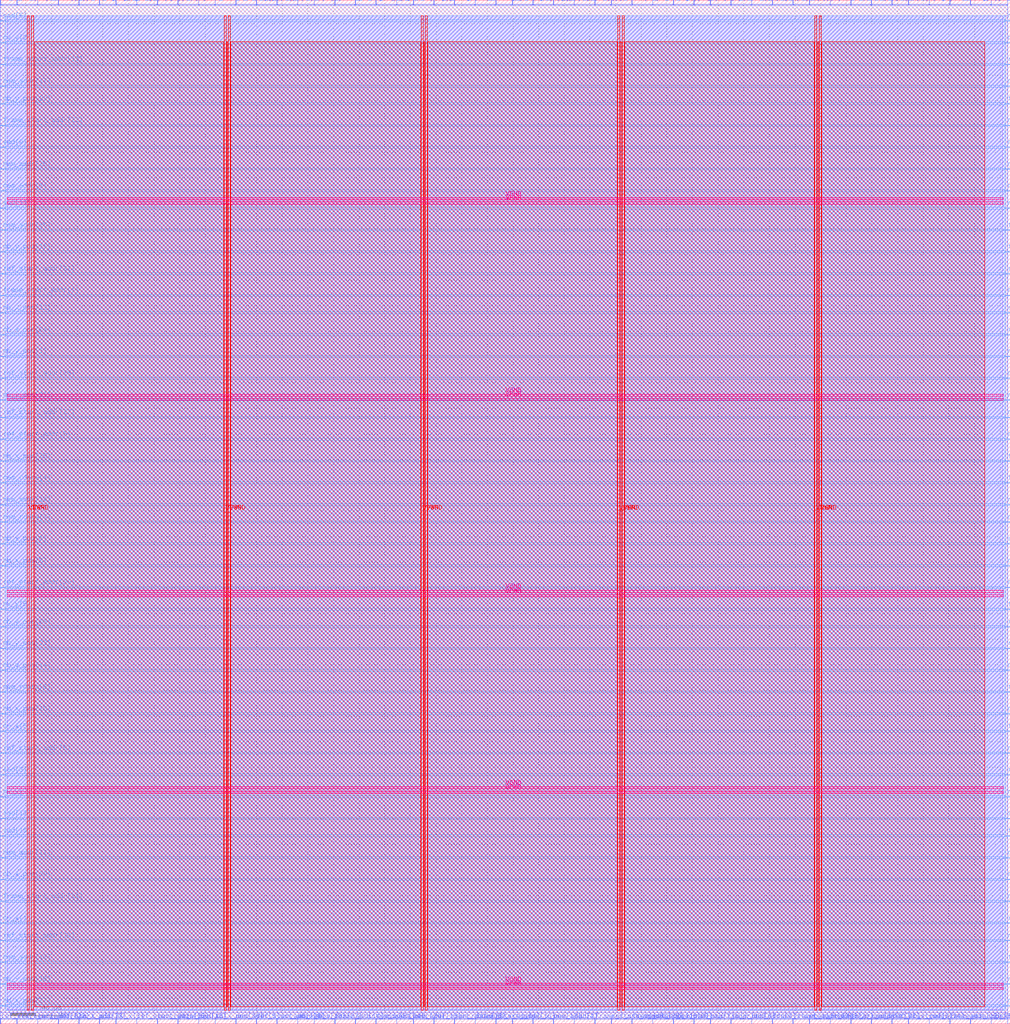
<source format=lef>
VERSION 5.7 ;
  NOWIREEXTENSIONATPIN ON ;
  DIVIDERCHAR "/" ;
  BUSBITCHARS "[]" ;
MACRO hexbs_top
  CLASS BLOCK ;
  FOREIGN hexbs_top ;
  ORIGIN 0.000 0.000 ;
  SIZE 787.875 BY 798.595 ;
  PIN VGND
    DIRECTION INOUT ;
    USE GROUND ;
    PORT
      LAYER met4 ;
        RECT 24.340 10.640 25.940 786.320 ;
    END
    PORT
      LAYER met4 ;
        RECT 177.940 10.640 179.540 786.320 ;
    END
    PORT
      LAYER met4 ;
        RECT 331.540 10.640 333.140 786.320 ;
    END
    PORT
      LAYER met4 ;
        RECT 485.140 10.640 486.740 786.320 ;
    END
    PORT
      LAYER met4 ;
        RECT 638.740 10.640 640.340 786.320 ;
    END
    PORT
      LAYER met5 ;
        RECT 5.280 30.030 782.240 31.630 ;
    END
    PORT
      LAYER met5 ;
        RECT 5.280 183.210 782.240 184.810 ;
    END
    PORT
      LAYER met5 ;
        RECT 5.280 336.390 782.240 337.990 ;
    END
    PORT
      LAYER met5 ;
        RECT 5.280 489.570 782.240 491.170 ;
    END
    PORT
      LAYER met5 ;
        RECT 5.280 642.750 782.240 644.350 ;
    END
  END VGND
  PIN VPWR
    DIRECTION INOUT ;
    USE POWER ;
    PORT
      LAYER met4 ;
        RECT 21.040 10.640 22.640 786.320 ;
    END
    PORT
      LAYER met4 ;
        RECT 174.640 10.640 176.240 786.320 ;
    END
    PORT
      LAYER met4 ;
        RECT 328.240 10.640 329.840 786.320 ;
    END
    PORT
      LAYER met4 ;
        RECT 481.840 10.640 483.440 786.320 ;
    END
    PORT
      LAYER met4 ;
        RECT 635.440 10.640 637.040 786.320 ;
    END
    PORT
      LAYER met5 ;
        RECT 5.280 26.730 782.240 28.330 ;
    END
    PORT
      LAYER met5 ;
        RECT 5.280 179.910 782.240 181.510 ;
    END
    PORT
      LAYER met5 ;
        RECT 5.280 333.090 782.240 334.690 ;
    END
    PORT
      LAYER met5 ;
        RECT 5.280 486.270 782.240 487.870 ;
    END
    PORT
      LAYER met5 ;
        RECT 5.280 639.450 782.240 641.050 ;
    END
  END VPWR
  PIN clk
    DIRECTION INPUT ;
    USE SIGNAL ;
    ANTENNAGATEAREA 1.721400 ;
    ANTENNADIFFAREA 0.869400 ;
    PORT
      LAYER met2 ;
        RECT 77.370 0.000 77.650 4.000 ;
    END
  END clk
  PIN done
    DIRECTION OUTPUT TRISTATE ;
    USE SIGNAL ;
    ANTENNADIFFAREA 0.795200 ;
    PORT
      LAYER met2 ;
        RECT 322.090 794.595 322.370 798.595 ;
    END
  END done
  PIN frame_start_addr[0]
    DIRECTION INPUT ;
    USE SIGNAL ;
    ANTENNAGATEAREA 0.247500 ;
    PORT
      LAYER met2 ;
        RECT 260.910 794.595 261.190 798.595 ;
    END
  END frame_start_addr[0]
  PIN frame_start_addr[10]
    DIRECTION INPUT ;
    USE SIGNAL ;
    ANTENNAGATEAREA 0.247500 ;
    PORT
      LAYER met2 ;
        RECT 370.390 0.000 370.670 4.000 ;
    END
  END frame_start_addr[10]
  PIN frame_start_addr[11]
    DIRECTION INPUT ;
    USE SIGNAL ;
    ANTENNAGATEAREA 0.213000 ;
    PORT
      LAYER met2 ;
        RECT 647.310 0.000 647.590 4.000 ;
    END
  END frame_start_addr[11]
  PIN frame_start_addr[12]
    DIRECTION INPUT ;
    USE SIGNAL ;
    ANTENNAGATEAREA 0.213000 ;
    PORT
      LAYER met3 ;
        RECT 783.875 146.240 787.875 146.840 ;
    END
  END frame_start_addr[12]
  PIN frame_start_addr[13]
    DIRECTION INPUT ;
    USE SIGNAL ;
    ANTENNAGATEAREA 0.495000 ;
    PORT
      LAYER met3 ;
        RECT 0.000 748.040 4.000 748.640 ;
    END
  END frame_start_addr[13]
  PIN frame_start_addr[14]
    DIRECTION INPUT ;
    USE SIGNAL ;
    ANTENNAGATEAREA 0.495000 ;
    PORT
      LAYER met3 ;
        RECT 0.000 95.240 4.000 95.840 ;
    END
  END frame_start_addr[14]
  PIN frame_start_addr[15]
    DIRECTION INPUT ;
    USE SIGNAL ;
    ANTENNAGATEAREA 0.213000 ;
    PORT
      LAYER met3 ;
        RECT 783.875 47.640 787.875 48.240 ;
    END
  END frame_start_addr[15]
  PIN frame_start_addr[16]
    DIRECTION INPUT ;
    USE SIGNAL ;
    ANTENNAGATEAREA 0.495000 ;
    PORT
      LAYER met2 ;
        RECT 167.530 794.595 167.810 798.595 ;
    END
  END frame_start_addr[16]
  PIN frame_start_addr[17]
    DIRECTION INPUT ;
    USE SIGNAL ;
    ANTENNAGATEAREA 0.213000 ;
    PORT
      LAYER met3 ;
        RECT 783.875 438.640 787.875 439.240 ;
    END
  END frame_start_addr[17]
  PIN frame_start_addr[18]
    DIRECTION INPUT ;
    USE SIGNAL ;
    ANTENNAGATEAREA 0.159000 ;
    PORT
      LAYER met3 ;
        RECT 783.875 601.840 787.875 602.440 ;
    END
  END frame_start_addr[18]
  PIN frame_start_addr[19]
    DIRECTION INPUT ;
    USE SIGNAL ;
    ANTENNAGATEAREA 0.213000 ;
    PORT
      LAYER met2 ;
        RECT 602.230 0.000 602.510 4.000 ;
    END
  END frame_start_addr[19]
  PIN frame_start_addr[1]
    DIRECTION INPUT ;
    USE SIGNAL ;
    ANTENNAGATEAREA 0.426000 ;
    PORT
      LAYER met3 ;
        RECT 0.000 567.840 4.000 568.440 ;
    END
  END frame_start_addr[1]
  PIN frame_start_addr[20]
    DIRECTION INPUT ;
    USE SIGNAL ;
    ANTENNAGATEAREA 0.213000 ;
    PORT
      LAYER met2 ;
        RECT 618.330 0.000 618.610 4.000 ;
    END
  END frame_start_addr[20]
  PIN frame_start_addr[21]
    DIRECTION INPUT ;
    USE SIGNAL ;
    ANTENNAGATEAREA 0.426000 ;
    PORT
      LAYER met2 ;
        RECT 260.910 0.000 261.190 4.000 ;
    END
  END frame_start_addr[21]
  PIN frame_start_addr[22]
    DIRECTION INPUT ;
    USE SIGNAL ;
    ANTENNAGATEAREA 0.247500 ;
    PORT
      LAYER met2 ;
        RECT 492.750 794.595 493.030 798.595 ;
    END
  END frame_start_addr[22]
  PIN frame_start_addr[23]
    DIRECTION INPUT ;
    USE SIGNAL ;
    ANTENNAGATEAREA 0.742500 ;
    PORT
      LAYER met3 ;
        RECT 0.000 700.440 4.000 701.040 ;
    END
  END frame_start_addr[23]
  PIN frame_start_addr[24]
    DIRECTION INPUT ;
    USE SIGNAL ;
    ANTENNAGATEAREA 0.213000 ;
    PORT
      LAYER met2 ;
        RECT 772.890 794.595 773.170 798.595 ;
    END
  END frame_start_addr[24]
  PIN frame_start_addr[25]
    DIRECTION INPUT ;
    USE SIGNAL ;
    ANTENNAGATEAREA 0.159000 ;
    PORT
      LAYER met2 ;
        RECT 740.690 0.000 740.970 4.000 ;
    END
  END frame_start_addr[25]
  PIN frame_start_addr[26]
    DIRECTION INPUT ;
    USE SIGNAL ;
    ANTENNAGATEAREA 0.495000 ;
    PORT
      LAYER met2 ;
        RECT 244.810 794.595 245.090 798.595 ;
    END
  END frame_start_addr[26]
  PIN frame_start_addr[27]
    DIRECTION INPUT ;
    USE SIGNAL ;
    ANTENNAGATEAREA 0.196500 ;
    PORT
      LAYER met3 ;
        RECT 783.875 227.840 787.875 228.440 ;
    END
  END frame_start_addr[27]
  PIN frame_start_addr[28]
    DIRECTION INPUT ;
    USE SIGNAL ;
    ANTENNAGATEAREA 0.247500 ;
    PORT
      LAYER met2 ;
        RECT 492.750 0.000 493.030 4.000 ;
    END
  END frame_start_addr[28]
  PIN frame_start_addr[29]
    DIRECTION INPUT ;
    USE SIGNAL ;
    ANTENNAGATEAREA 0.196500 ;
    PORT
      LAYER met3 ;
        RECT 783.875 421.640 787.875 422.240 ;
    END
  END frame_start_addr[29]
  PIN frame_start_addr[2]
    DIRECTION INPUT ;
    USE SIGNAL ;
    ANTENNAGATEAREA 0.247500 ;
    PORT
      LAYER met2 ;
        RECT 154.650 794.595 154.930 798.595 ;
    END
  END frame_start_addr[2]
  PIN frame_start_addr[30]
    DIRECTION INPUT ;
    USE SIGNAL ;
    ANTENNAGATEAREA 0.742500 ;
    PORT
      LAYER met2 ;
        RECT 45.170 794.595 45.450 798.595 ;
    END
  END frame_start_addr[30]
  PIN frame_start_addr[31]
    DIRECTION INPUT ;
    USE SIGNAL ;
    ANTENNAGATEAREA 0.213000 ;
    PORT
      LAYER met2 ;
        RECT 647.310 794.595 647.590 798.595 ;
    END
  END frame_start_addr[31]
  PIN frame_start_addr[3]
    DIRECTION INPUT ;
    USE SIGNAL ;
    ANTENNAGATEAREA 0.247500 ;
    PORT
      LAYER met2 ;
        RECT 463.770 0.000 464.050 4.000 ;
    END
  END frame_start_addr[3]
  PIN frame_start_addr[4]
    DIRECTION INPUT ;
    USE SIGNAL ;
    ANTENNAGATEAREA 0.159000 ;
    PORT
      LAYER met3 ;
        RECT 783.875 717.440 787.875 718.040 ;
    END
  END frame_start_addr[4]
  PIN frame_start_addr[5]
    DIRECTION INPUT ;
    USE SIGNAL ;
    ANTENNAGATEAREA 0.159000 ;
    PORT
      LAYER met3 ;
        RECT 783.875 618.840 787.875 619.440 ;
    END
  END frame_start_addr[5]
  PIN frame_start_addr[6]
    DIRECTION INPUT ;
    USE SIGNAL ;
    ANTENNAGATEAREA 0.213000 ;
    PORT
      LAYER met3 ;
        RECT 783.875 323.040 787.875 323.640 ;
    END
  END frame_start_addr[6]
  PIN frame_start_addr[7]
    DIRECTION INPUT ;
    USE SIGNAL ;
    ANTENNAGATEAREA 0.159000 ;
    PORT
      LAYER met3 ;
        RECT 783.875 258.440 787.875 259.040 ;
    END
  END frame_start_addr[7]
  PIN frame_start_addr[8]
    DIRECTION INPUT ;
    USE SIGNAL ;
    ANTENNAGATEAREA 0.247500 ;
    PORT
      LAYER met2 ;
        RECT 293.110 794.595 293.390 798.595 ;
    END
  END frame_start_addr[8]
  PIN frame_start_addr[9]
    DIRECTION INPUT ;
    USE SIGNAL ;
    ANTENNAGATEAREA 0.247500 ;
    PORT
      LAYER met2 ;
        RECT 386.490 794.595 386.770 798.595 ;
    END
  END frame_start_addr[9]
  PIN mb_x_pos[0]
    DIRECTION INPUT ;
    USE SIGNAL ;
    ANTENNAGATEAREA 0.159000 ;
    PORT
      LAYER met2 ;
        RECT 695.610 794.595 695.890 798.595 ;
    END
  END mb_x_pos[0]
  PIN mb_x_pos[10]
    DIRECTION INPUT ;
    USE SIGNAL ;
    ANTENNAGATEAREA 0.213000 ;
    PORT
      LAYER met3 ;
        RECT 783.875 95.240 787.875 95.840 ;
    END
  END mb_x_pos[10]
  PIN mb_x_pos[11]
    DIRECTION INPUT ;
    USE SIGNAL ;
    ANTENNAGATEAREA 0.247500 ;
    PORT
      LAYER met2 ;
        RECT 586.130 794.595 586.410 798.595 ;
    END
  END mb_x_pos[11]
  PIN mb_x_pos[12]
    DIRECTION INPUT ;
    USE SIGNAL ;
    ANTENNAGATEAREA 0.495000 ;
    PORT
      LAYER met3 ;
        RECT 0.000 554.240 4.000 554.840 ;
    END
  END mb_x_pos[12]
  PIN mb_x_pos[13]
    DIRECTION INPUT ;
    USE SIGNAL ;
    ANTENNAGATEAREA 0.247500 ;
    PORT
      LAYER met2 ;
        RECT 679.510 794.595 679.790 798.595 ;
    END
  END mb_x_pos[13]
  PIN mb_x_pos[14]
    DIRECTION INPUT ;
    USE SIGNAL ;
    ANTENNAGATEAREA 0.247500 ;
    PORT
      LAYER met2 ;
        RECT 524.950 0.000 525.230 4.000 ;
    END
  END mb_x_pos[14]
  PIN mb_x_pos[15]
    DIRECTION INPUT ;
    USE SIGNAL ;
    ANTENNAGATEAREA 0.495000 ;
    PORT
      LAYER met3 ;
        RECT 0.000 241.440 4.000 242.040 ;
    END
  END mb_x_pos[15]
  PIN mb_x_pos[16]
    DIRECTION INPUT ;
    USE SIGNAL ;
    ANTENNAGATEAREA 0.742500 ;
    PORT
      LAYER met3 ;
        RECT 0.000 30.640 4.000 31.240 ;
    END
  END mb_x_pos[16]
  PIN mb_x_pos[17]
    DIRECTION INPUT ;
    USE SIGNAL ;
    ANTENNAGATEAREA 0.426000 ;
    PORT
      LAYER met2 ;
        RECT 415.470 0.000 415.750 4.000 ;
    END
  END mb_x_pos[17]
  PIN mb_x_pos[18]
    DIRECTION INPUT ;
    USE SIGNAL ;
    ANTENNAGATEAREA 0.426000 ;
    PORT
      LAYER met2 ;
        RECT 231.930 0.000 232.210 4.000 ;
    END
  END mb_x_pos[18]
  PIN mb_x_pos[19]
    DIRECTION INPUT ;
    USE SIGNAL ;
    ANTENNAGATEAREA 0.159000 ;
    PORT
      LAYER met3 ;
        RECT 783.875 404.640 787.875 405.240 ;
    END
  END mb_x_pos[19]
  PIN mb_x_pos[1]
    DIRECTION INPUT ;
    USE SIGNAL ;
    ANTENNAGATEAREA 0.247500 ;
    PORT
      LAYER met3 ;
        RECT 783.875 765.040 787.875 765.640 ;
    END
  END mb_x_pos[1]
  PIN mb_x_pos[20]
    DIRECTION INPUT ;
    USE SIGNAL ;
    ANTENNAGATEAREA 0.247500 ;
    PORT
      LAYER met2 ;
        RECT 618.330 794.595 618.610 798.595 ;
    END
  END mb_x_pos[20]
  PIN mb_x_pos[21]
    DIRECTION INPUT ;
    USE SIGNAL ;
    ANTENNAGATEAREA 0.852000 ;
    PORT
      LAYER met2 ;
        RECT 0.090 794.595 0.370 798.595 ;
    END
  END mb_x_pos[21]
  PIN mb_x_pos[22]
    DIRECTION INPUT ;
    USE SIGNAL ;
    ANTENNAGATEAREA 0.495000 ;
    PORT
      LAYER met2 ;
        RECT 309.210 794.595 309.490 798.595 ;
    END
  END mb_x_pos[22]
  PIN mb_x_pos[23]
    DIRECTION INPUT ;
    USE SIGNAL ;
    ANTENNAGATEAREA 0.247500 ;
    PORT
      LAYER met2 ;
        RECT 772.890 0.000 773.170 4.000 ;
    END
  END mb_x_pos[23]
  PIN mb_x_pos[24]
    DIRECTION INPUT ;
    USE SIGNAL ;
    ANTENNAGATEAREA 0.742500 ;
    PORT
      LAYER met3 ;
        RECT 0.000 537.240 4.000 537.840 ;
    END
  END mb_x_pos[24]
  PIN mb_x_pos[25]
    DIRECTION INPUT ;
    USE SIGNAL ;
    ANTENNAGATEAREA 0.742500 ;
    PORT
      LAYER met3 ;
        RECT 0.000 438.640 4.000 439.240 ;
    END
  END mb_x_pos[25]
  PIN mb_x_pos[26]
    DIRECTION INPUT ;
    USE SIGNAL ;
    ANTENNAGATEAREA 0.159000 ;
    PORT
      LAYER met3 ;
        RECT 783.875 210.840 787.875 211.440 ;
    END
  END mb_x_pos[26]
  PIN mb_x_pos[27]
    DIRECTION INPUT ;
    USE SIGNAL ;
    ANTENNAGATEAREA 0.742500 ;
    PORT
      LAYER met3 ;
        RECT 0.000 13.640 4.000 14.240 ;
    END
  END mb_x_pos[27]
  PIN mb_x_pos[28]
    DIRECTION INPUT ;
    USE SIGNAL ;
    ANTENNAGATEAREA 0.213000 ;
    PORT
      LAYER met3 ;
        RECT 783.875 649.440 787.875 650.040 ;
    END
  END mb_x_pos[28]
  PIN mb_x_pos[29]
    DIRECTION INPUT ;
    USE SIGNAL ;
    ANTENNAGATEAREA 0.742500 ;
    PORT
      LAYER met3 ;
        RECT 0.000 112.240 4.000 112.840 ;
    END
  END mb_x_pos[29]
  PIN mb_x_pos[2]
    DIRECTION INPUT ;
    USE SIGNAL ;
    ANTENNAGATEAREA 0.247500 ;
    PORT
      LAYER met2 ;
        RECT 183.630 794.595 183.910 798.595 ;
    END
  END mb_x_pos[2]
  PIN mb_x_pos[30]
    DIRECTION INPUT ;
    USE SIGNAL ;
    ANTENNAGATEAREA 0.495000 ;
    PORT
      LAYER met2 ;
        RECT 167.530 0.000 167.810 4.000 ;
    END
  END mb_x_pos[30]
  PIN mb_x_pos[31]
    DIRECTION INPUT ;
    USE SIGNAL ;
    ANTENNAGATEAREA 0.426000 ;
    PORT
      LAYER met2 ;
        RECT 215.830 794.595 216.110 798.595 ;
    END
  END mb_x_pos[31]
  PIN mb_x_pos[3]
    DIRECTION INPUT ;
    USE SIGNAL ;
    ANTENNAGATEAREA 0.426000 ;
    PORT
      LAYER met2 ;
        RECT 708.490 0.000 708.770 4.000 ;
    END
  END mb_x_pos[3]
  PIN mb_x_pos[4]
    DIRECTION INPUT ;
    USE SIGNAL ;
    ANTENNAGATEAREA 0.426000 ;
    PORT
      LAYER met2 ;
        RECT 386.490 0.000 386.770 4.000 ;
    END
  END mb_x_pos[4]
  PIN mb_x_pos[5]
    DIRECTION INPUT ;
    USE SIGNAL ;
    ANTENNAGATEAREA 0.426000 ;
    PORT
      LAYER met2 ;
        RECT 231.930 794.595 232.210 798.595 ;
    END
  END mb_x_pos[5]
  PIN mb_x_pos[6]
    DIRECTION INPUT ;
    USE SIGNAL ;
    ANTENNAGATEAREA 0.426000 ;
    PORT
      LAYER met3 ;
        RECT 0.000 374.040 4.000 374.640 ;
    END
  END mb_x_pos[6]
  PIN mb_x_pos[7]
    DIRECTION INPUT ;
    USE SIGNAL ;
    ANTENNAGATEAREA 0.742500 ;
    PORT
      LAYER met2 ;
        RECT 61.270 0.000 61.550 4.000 ;
    END
  END mb_x_pos[7]
  PIN mb_x_pos[8]
    DIRECTION INPUT ;
    USE SIGNAL ;
    ANTENNAGATEAREA 0.426000 ;
    PORT
      LAYER met3 ;
        RECT 0.000 357.040 4.000 357.640 ;
    END
  END mb_x_pos[8]
  PIN mb_x_pos[9]
    DIRECTION INPUT ;
    USE SIGNAL ;
    ANTENNAGATEAREA 0.247500 ;
    PORT
      LAYER met3 ;
        RECT 783.875 13.640 787.875 14.240 ;
    END
  END mb_x_pos[9]
  PIN mb_y_pos[0]
    DIRECTION INPUT ;
    USE SIGNAL ;
    ANTENNAGATEAREA 0.213000 ;
    PORT
      LAYER met3 ;
        RECT 783.875 472.640 787.875 473.240 ;
    END
  END mb_y_pos[0]
  PIN mb_y_pos[10]
    DIRECTION INPUT ;
    USE SIGNAL ;
    ANTENNAGATEAREA 0.852000 ;
    PORT
      LAYER met2 ;
        RECT 138.550 0.000 138.830 4.000 ;
    END
  END mb_y_pos[10]
  PIN mb_y_pos[11]
    DIRECTION INPUT ;
    USE SIGNAL ;
    ANTENNAGATEAREA 0.159000 ;
    PORT
      LAYER met2 ;
        RECT 570.030 794.595 570.310 798.595 ;
    END
  END mb_y_pos[11]
  PIN mb_y_pos[12]
    DIRECTION INPUT ;
    USE SIGNAL ;
    ANTENNAGATEAREA 0.742500 ;
    PORT
      LAYER met2 ;
        RECT 199.730 794.595 200.010 798.595 ;
    END
  END mb_y_pos[12]
  PIN mb_y_pos[13]
    DIRECTION INPUT ;
    USE SIGNAL ;
    ANTENNAGATEAREA 0.247500 ;
    PORT
      LAYER met3 ;
        RECT 783.875 782.040 787.875 782.640 ;
    END
  END mb_y_pos[13]
  PIN mb_y_pos[14]
    DIRECTION INPUT ;
    USE SIGNAL ;
    ANTENNAGATEAREA 0.852000 ;
    PORT
      LAYER met3 ;
        RECT 0.000 275.440 4.000 276.040 ;
    END
  END mb_y_pos[14]
  PIN mb_y_pos[15]
    DIRECTION INPUT ;
    USE SIGNAL ;
    ANTENNAGATEAREA 0.426000 ;
    PORT
      LAYER met3 ;
        RECT 0.000 601.840 4.000 602.440 ;
    END
  END mb_y_pos[15]
  PIN mb_y_pos[16]
    DIRECTION INPUT ;
    USE SIGNAL ;
    ANTENNAGATEAREA 0.213000 ;
    PORT
      LAYER met3 ;
        RECT 783.875 486.240 787.875 486.840 ;
    END
  END mb_y_pos[16]
  PIN mb_y_pos[17]
    DIRECTION INPUT ;
    USE SIGNAL ;
    ANTENNAGATEAREA 0.196500 ;
    PORT
      LAYER met3 ;
        RECT 783.875 683.440 787.875 684.040 ;
    END
  END mb_y_pos[17]
  PIN mb_y_pos[18]
    DIRECTION INPUT ;
    USE SIGNAL ;
    ANTENNAGATEAREA 0.247500 ;
    PORT
      LAYER met3 ;
        RECT 783.875 176.840 787.875 177.440 ;
    END
  END mb_y_pos[18]
  PIN mb_y_pos[19]
    DIRECTION INPUT ;
    USE SIGNAL ;
    ANTENNAGATEAREA 0.213000 ;
    PORT
      LAYER met2 ;
        RECT 631.210 0.000 631.490 4.000 ;
    END
  END mb_y_pos[19]
  PIN mb_y_pos[1]
    DIRECTION INPUT ;
    USE SIGNAL ;
    ANTENNAGATEAREA 0.495000 ;
    PORT
      LAYER met3 ;
        RECT 0.000 520.240 4.000 520.840 ;
    END
  END mb_y_pos[1]
  PIN mb_y_pos[20]
    DIRECTION INPUT ;
    USE SIGNAL ;
    ANTENNAGATEAREA 0.247500 ;
    PORT
      LAYER met3 ;
        RECT 783.875 129.240 787.875 129.840 ;
    END
  END mb_y_pos[20]
  PIN mb_y_pos[21]
    DIRECTION INPUT ;
    USE SIGNAL ;
    ANTENNAGATEAREA 0.742500 ;
    PORT
      LAYER met3 ;
        RECT 0.000 486.240 4.000 486.840 ;
    END
  END mb_y_pos[21]
  PIN mb_y_pos[22]
    DIRECTION INPUT ;
    USE SIGNAL ;
    ANTENNAGATEAREA 0.213000 ;
    PORT
      LAYER met3 ;
        RECT 783.875 275.440 787.875 276.040 ;
    END
  END mb_y_pos[22]
  PIN mb_y_pos[23]
    DIRECTION INPUT ;
    USE SIGNAL ;
    ANTENNAGATEAREA 0.852000 ;
    PORT
      LAYER met3 ;
        RECT 0.000 292.440 4.000 293.040 ;
    END
  END mb_y_pos[23]
  PIN mb_y_pos[24]
    DIRECTION INPUT ;
    USE SIGNAL ;
    ANTENNAGATEAREA 0.159000 ;
    PORT
      LAYER met3 ;
        RECT 783.875 455.640 787.875 456.240 ;
    END
  END mb_y_pos[24]
  PIN mb_y_pos[25]
    DIRECTION INPUT ;
    USE SIGNAL ;
    ANTENNAGATEAREA 0.213000 ;
    PORT
      LAYER met2 ;
        RECT 785.770 794.595 786.050 798.595 ;
    END
  END mb_y_pos[25]
  PIN mb_y_pos[26]
    DIRECTION INPUT ;
    USE SIGNAL ;
    ANTENNAGATEAREA 0.426000 ;
    PORT
      LAYER met2 ;
        RECT 602.230 794.595 602.510 798.595 ;
    END
  END mb_y_pos[26]
  PIN mb_y_pos[27]
    DIRECTION INPUT ;
    USE SIGNAL ;
    ANTENNAGATEAREA 0.742500 ;
    PORT
      LAYER met2 ;
        RECT 244.810 0.000 245.090 4.000 ;
    END
  END mb_y_pos[27]
  PIN mb_y_pos[28]
    DIRECTION INPUT ;
    USE SIGNAL ;
    ANTENNAGATEAREA 0.495000 ;
    PORT
      LAYER met3 ;
        RECT 0.000 309.440 4.000 310.040 ;
    END
  END mb_y_pos[28]
  PIN mb_y_pos[29]
    DIRECTION INPUT ;
    USE SIGNAL ;
    ANTENNAGATEAREA 0.742500 ;
    PORT
      LAYER met3 ;
        RECT 0.000 717.440 4.000 718.040 ;
    END
  END mb_y_pos[29]
  PIN mb_y_pos[2]
    DIRECTION INPUT ;
    USE SIGNAL ;
    ANTENNAGATEAREA 0.213000 ;
    PORT
      LAYER met2 ;
        RECT 447.670 794.595 447.950 798.595 ;
    END
  END mb_y_pos[2]
  PIN mb_y_pos[30]
    DIRECTION INPUT ;
    USE SIGNAL ;
    ANTENNAGATEAREA 0.159000 ;
    PORT
      LAYER met2 ;
        RECT 663.410 794.595 663.690 798.595 ;
    END
  END mb_y_pos[30]
  PIN mb_y_pos[31]
    DIRECTION INPUT ;
    USE SIGNAL ;
    ANTENNAGATEAREA 0.495000 ;
    PORT
      LAYER met2 ;
        RECT 106.350 794.595 106.630 798.595 ;
    END
  END mb_y_pos[31]
  PIN mb_y_pos[3]
    DIRECTION INPUT ;
    USE SIGNAL ;
    ANTENNAGATEAREA 0.495000 ;
    PORT
      LAYER met2 ;
        RECT 338.190 794.595 338.470 798.595 ;
    END
  END mb_y_pos[3]
  PIN mb_y_pos[4]
    DIRECTION INPUT ;
    USE SIGNAL ;
    ANTENNAGATEAREA 0.213000 ;
    PORT
      LAYER met3 ;
        RECT 783.875 567.840 787.875 568.440 ;
    END
  END mb_y_pos[4]
  PIN mb_y_pos[5]
    DIRECTION INPUT ;
    USE SIGNAL ;
    ANTENNAGATEAREA 0.426000 ;
    PORT
      LAYER met2 ;
        RECT 431.570 794.595 431.850 798.595 ;
    END
  END mb_y_pos[5]
  PIN mb_y_pos[6]
    DIRECTION INPUT ;
    USE SIGNAL ;
    ANTENNAGATEAREA 0.990000 ;
    PORT
      LAYER met2 ;
        RECT 570.030 0.000 570.310 4.000 ;
    END
  END mb_y_pos[6]
  PIN mb_y_pos[7]
    DIRECTION INPUT ;
    USE SIGNAL ;
    ANTENNAGATEAREA 0.213000 ;
    PORT
      LAYER met3 ;
        RECT 783.875 635.840 787.875 636.440 ;
    END
  END mb_y_pos[7]
  PIN mb_y_pos[8]
    DIRECTION INPUT ;
    USE SIGNAL ;
    ANTENNAGATEAREA 0.213000 ;
    PORT
      LAYER met2 ;
        RECT 663.410 0.000 663.690 4.000 ;
    END
  END mb_y_pos[8]
  PIN mb_y_pos[9]
    DIRECTION INPUT ;
    USE SIGNAL ;
    ANTENNAGATEAREA 0.426000 ;
    PORT
      LAYER met2 ;
        RECT 90.250 794.595 90.530 798.595 ;
    END
  END mb_y_pos[9]
  PIN mem_addr[0]
    DIRECTION OUTPUT TRISTATE ;
    USE SIGNAL ;
    ANTENNADIFFAREA 0.445500 ;
    PORT
      LAYER met3 ;
        RECT 783.875 520.240 787.875 520.840 ;
    END
  END mem_addr[0]
  PIN mem_addr[10]
    DIRECTION OUTPUT TRISTATE ;
    USE SIGNAL ;
    ANTENNADIFFAREA 0.795200 ;
    PORT
      LAYER met3 ;
        RECT 783.875 731.040 787.875 731.640 ;
    END
  END mem_addr[10]
  PIN mem_addr[11]
    DIRECTION OUTPUT TRISTATE ;
    USE SIGNAL ;
    ANTENNADIFFAREA 0.795200 ;
    PORT
      LAYER met3 ;
        RECT 0.000 129.240 4.000 129.840 ;
    END
  END mem_addr[11]
  PIN mem_addr[12]
    DIRECTION OUTPUT TRISTATE ;
    USE SIGNAL ;
    ANTENNADIFFAREA 0.795200 ;
    PORT
      LAYER met3 ;
        RECT 0.000 47.640 4.000 48.240 ;
    END
  END mem_addr[12]
  PIN mem_addr[13]
    DIRECTION OUTPUT TRISTATE ;
    USE SIGNAL ;
    ANTENNADIFFAREA 0.795200 ;
    PORT
      LAYER met2 ;
        RECT 29.070 794.595 29.350 798.595 ;
    END
  END mem_addr[13]
  PIN mem_addr[14]
    DIRECTION OUTPUT TRISTATE ;
    USE SIGNAL ;
    ANTENNADIFFAREA 0.795200 ;
    PORT
      LAYER met3 ;
        RECT 0.000 404.640 4.000 405.240 ;
    END
  END mem_addr[14]
  PIN mem_addr[15]
    DIRECTION OUTPUT TRISTATE ;
    USE SIGNAL ;
    ANTENNADIFFAREA 0.795200 ;
    PORT
      LAYER met2 ;
        RECT 322.090 0.000 322.370 4.000 ;
    END
  END mem_addr[15]
  PIN mem_addr[16]
    DIRECTION OUTPUT TRISTATE ;
    USE SIGNAL ;
    ANTENNADIFFAREA 0.445500 ;
    PORT
      LAYER met3 ;
        RECT 783.875 64.640 787.875 65.240 ;
    END
  END mem_addr[16]
  PIN mem_addr[17]
    DIRECTION OUTPUT TRISTATE ;
    USE SIGNAL ;
    ANTENNADIFFAREA 0.795200 ;
    PORT
      LAYER met3 ;
        RECT 0.000 731.040 4.000 731.640 ;
    END
  END mem_addr[17]
  PIN mem_addr[18]
    DIRECTION OUTPUT TRISTATE ;
    USE SIGNAL ;
    ANTENNADIFFAREA 0.795200 ;
    PORT
      LAYER met2 ;
        RECT 508.850 0.000 509.130 4.000 ;
    END
  END mem_addr[18]
  PIN mem_addr[19]
    DIRECTION OUTPUT TRISTATE ;
    USE SIGNAL ;
    ANTENNADIFFAREA 0.795200 ;
    PORT
      LAYER met2 ;
        RECT 476.650 794.595 476.930 798.595 ;
    END
  END mem_addr[19]
  PIN mem_addr[1]
    DIRECTION OUTPUT TRISTATE ;
    USE SIGNAL ;
    ANTENNADIFFAREA 0.795200 ;
    PORT
      LAYER met2 ;
        RECT 508.850 794.595 509.130 798.595 ;
    END
  END mem_addr[1]
  PIN mem_addr[20]
    DIRECTION OUTPUT TRISTATE ;
    USE SIGNAL ;
    ANTENNADIFFAREA 0.795200 ;
    PORT
      LAYER met2 ;
        RECT 309.210 0.000 309.490 4.000 ;
    END
  END mem_addr[20]
  PIN mem_addr[21]
    DIRECTION OUTPUT TRISTATE ;
    USE SIGNAL ;
    ANTENNADIFFAREA 0.795200 ;
    PORT
      LAYER met2 ;
        RECT 415.470 794.595 415.750 798.595 ;
    END
  END mem_addr[21]
  PIN mem_addr[22]
    DIRECTION OUTPUT TRISTATE ;
    USE SIGNAL ;
    ANTENNADIFFAREA 0.795200 ;
    PORT
      LAYER met2 ;
        RECT 679.510 0.000 679.790 4.000 ;
    END
  END mem_addr[22]
  PIN mem_addr[23]
    DIRECTION OUTPUT TRISTATE ;
    USE SIGNAL ;
    ANTENNADIFFAREA 0.795200 ;
    PORT
      LAYER met2 ;
        RECT 740.690 794.595 740.970 798.595 ;
    END
  END mem_addr[23]
  PIN mem_addr[24]
    DIRECTION OUTPUT TRISTATE ;
    USE SIGNAL ;
    ANTENNADIFFAREA 0.795200 ;
    PORT
      LAYER met2 ;
        RECT 293.110 0.000 293.390 4.000 ;
    END
  END mem_addr[24]
  PIN mem_addr[25]
    DIRECTION OUTPUT TRISTATE ;
    USE SIGNAL ;
    ANTENNADIFFAREA 0.795200 ;
    PORT
      LAYER met3 ;
        RECT 0.000 618.840 4.000 619.440 ;
    END
  END mem_addr[25]
  PIN mem_addr[26]
    DIRECTION OUTPUT TRISTATE ;
    USE SIGNAL ;
    ANTENNADIFFAREA 0.795200 ;
    PORT
      LAYER met3 ;
        RECT 0.000 666.440 4.000 667.040 ;
    END
  END mem_addr[26]
  PIN mem_addr[27]
    DIRECTION OUTPUT TRISTATE ;
    USE SIGNAL ;
    ANTENNADIFFAREA 0.445500 ;
    PORT
      LAYER met3 ;
        RECT 783.875 112.240 787.875 112.840 ;
    END
  END mem_addr[27]
  PIN mem_addr[28]
    DIRECTION OUTPUT TRISTATE ;
    USE SIGNAL ;
    ANTENNADIFFAREA 0.445500 ;
    PORT
      LAYER met3 ;
        RECT 783.875 340.040 787.875 340.640 ;
    END
  END mem_addr[28]
  PIN mem_addr[29]
    DIRECTION OUTPUT TRISTATE ;
    USE SIGNAL ;
    ANTENNADIFFAREA 0.795200 ;
    PORT
      LAYER met2 ;
        RECT 215.830 0.000 216.110 4.000 ;
    END
  END mem_addr[29]
  PIN mem_addr[2]
    DIRECTION OUTPUT TRISTATE ;
    USE SIGNAL ;
    ANTENNADIFFAREA 0.795200 ;
    PORT
      LAYER met3 ;
        RECT 783.875 503.240 787.875 503.840 ;
    END
  END mem_addr[2]
  PIN mem_addr[30]
    DIRECTION OUTPUT TRISTATE ;
    USE SIGNAL ;
    ANTENNADIFFAREA 1.336500 ;
    PORT
      LAYER met3 ;
        RECT 783.875 30.640 787.875 31.240 ;
    END
  END mem_addr[30]
  PIN mem_addr[31]
    DIRECTION OUTPUT TRISTATE ;
    USE SIGNAL ;
    ANTENNADIFFAREA 1.782000 ;
    PORT
      LAYER met2 ;
        RECT 61.270 794.595 61.550 798.595 ;
    END
  END mem_addr[31]
  PIN mem_addr[3]
    DIRECTION OUTPUT TRISTATE ;
    USE SIGNAL ;
    ANTENNADIFFAREA 0.795200 ;
    PORT
      LAYER met3 ;
        RECT 0.000 649.440 4.000 650.040 ;
    END
  END mem_addr[3]
  PIN mem_addr[4]
    DIRECTION OUTPUT TRISTATE ;
    USE SIGNAL ;
    ANTENNADIFFAREA 0.795200 ;
    PORT
      LAYER met2 ;
        RECT 431.570 0.000 431.850 4.000 ;
    END
  END mem_addr[4]
  PIN mem_addr[5]
    DIRECTION OUTPUT TRISTATE ;
    USE SIGNAL ;
    ANTENNADIFFAREA 0.795200 ;
    PORT
      LAYER met2 ;
        RECT 183.630 0.000 183.910 4.000 ;
    END
  END mem_addr[5]
  PIN mem_addr[6]
    DIRECTION OUTPUT TRISTATE ;
    USE SIGNAL ;
    ANTENNADIFFAREA 0.795200 ;
    PORT
      LAYER met2 ;
        RECT 29.070 0.000 29.350 4.000 ;
    END
  END mem_addr[6]
  PIN mem_addr[7]
    DIRECTION OUTPUT TRISTATE ;
    USE SIGNAL ;
    ANTENNADIFFAREA 0.795200 ;
    PORT
      LAYER met2 ;
        RECT 586.130 0.000 586.410 4.000 ;
    END
  END mem_addr[7]
  PIN mem_addr[8]
    DIRECTION OUTPUT TRISTATE ;
    USE SIGNAL ;
    ANTENNADIFFAREA 0.795200 ;
    PORT
      LAYER met2 ;
        RECT 756.790 0.000 757.070 4.000 ;
    END
  END mem_addr[8]
  PIN mem_addr[9]
    DIRECTION OUTPUT TRISTATE ;
    USE SIGNAL ;
    ANTENNADIFFAREA 0.795200 ;
    PORT
      LAYER met2 ;
        RECT 708.490 794.595 708.770 798.595 ;
    END
  END mem_addr[9]
  PIN mem_rdata[0]
    DIRECTION INPUT ;
    USE SIGNAL ;
    ANTENNAGATEAREA 0.990000 ;
    PORT
      LAYER met3 ;
        RECT 783.875 357.040 787.875 357.640 ;
    END
  END mem_rdata[0]
  PIN mem_rdata[1]
    DIRECTION INPUT ;
    USE SIGNAL ;
    ANTENNAGATEAREA 0.852000 ;
    PORT
      LAYER met2 ;
        RECT 277.010 794.595 277.290 798.595 ;
    END
  END mem_rdata[1]
  PIN mem_rdata[2]
    DIRECTION INPUT ;
    USE SIGNAL ;
    ANTENNAGATEAREA 0.852000 ;
    PORT
      LAYER met2 ;
        RECT 399.370 794.595 399.650 798.595 ;
    END
  END mem_rdata[2]
  PIN mem_rdata[3]
    DIRECTION INPUT ;
    USE SIGNAL ;
    ANTENNAGATEAREA 0.990000 ;
    PORT
      LAYER met3 ;
        RECT 0.000 391.040 4.000 391.640 ;
    END
  END mem_rdata[3]
  PIN mem_rdata[4]
    DIRECTION INPUT ;
    USE SIGNAL ;
    ANTENNAGATEAREA 0.990000 ;
    PORT
      LAYER met3 ;
        RECT 0.000 421.640 4.000 422.240 ;
    END
  END mem_rdata[4]
  PIN mem_rdata[5]
    DIRECTION INPUT ;
    USE SIGNAL ;
    ANTENNAGATEAREA 0.990000 ;
    PORT
      LAYER met2 ;
        RECT 122.450 0.000 122.730 4.000 ;
    END
  END mem_rdata[5]
  PIN mem_rdata[6]
    DIRECTION INPUT ;
    USE SIGNAL ;
    ANTENNAGATEAREA 0.990000 ;
    PORT
      LAYER met3 ;
        RECT 0.000 258.440 4.000 259.040 ;
    END
  END mem_rdata[6]
  PIN mem_rdata[7]
    DIRECTION INPUT ;
    USE SIGNAL ;
    ANTENNAGATEAREA 0.742500 ;
    PORT
      LAYER met2 ;
        RECT 354.290 0.000 354.570 4.000 ;
    END
  END mem_rdata[7]
  PIN mv_x[0]
    DIRECTION OUTPUT TRISTATE ;
    USE SIGNAL ;
    ANTENNADIFFAREA 0.445500 ;
    PORT
      LAYER met3 ;
        RECT 783.875 700.440 787.875 701.040 ;
    END
  END mv_x[0]
  PIN mv_x[1]
    DIRECTION OUTPUT TRISTATE ;
    USE SIGNAL ;
    ANTENNADIFFAREA 0.795200 ;
    PORT
      LAYER met3 ;
        RECT 0.000 78.240 4.000 78.840 ;
    END
  END mv_x[1]
  PIN mv_x[2]
    DIRECTION OUTPUT TRISTATE ;
    USE SIGNAL ;
    ANTENNADIFFAREA 0.795200 ;
    PORT
      LAYER met2 ;
        RECT 463.770 794.595 464.050 798.595 ;
    END
  END mv_x[2]
  PIN mv_x[3]
    DIRECTION OUTPUT TRISTATE ;
    USE SIGNAL ;
    ANTENNADIFFAREA 0.795200 ;
    PORT
      LAYER met2 ;
        RECT 90.250 0.000 90.530 4.000 ;
    END
  END mv_x[3]
  PIN mv_x[4]
    DIRECTION OUTPUT TRISTATE ;
    USE SIGNAL ;
    ANTENNADIFFAREA 0.445500 ;
    PORT
      LAYER met3 ;
        RECT 783.875 241.440 787.875 242.040 ;
    END
  END mv_x[4]
  PIN mv_x[5]
    DIRECTION OUTPUT TRISTATE ;
    USE SIGNAL ;
    ANTENNADIFFAREA 0.795200 ;
    PORT
      LAYER met3 ;
        RECT 0.000 227.840 4.000 228.440 ;
    END
  END mv_x[5]
  PIN mv_y[0]
    DIRECTION OUTPUT TRISTATE ;
    USE SIGNAL ;
    ANTENNADIFFAREA 0.795200 ;
    PORT
      LAYER met2 ;
        RECT 138.550 794.595 138.830 798.595 ;
    END
  END mv_y[0]
  PIN mv_y[1]
    DIRECTION OUTPUT TRISTATE ;
    USE SIGNAL ;
    ANTENNADIFFAREA 0.445500 ;
    PORT
      LAYER met3 ;
        RECT 783.875 391.040 787.875 391.640 ;
    END
  END mv_y[1]
  PIN mv_y[2]
    DIRECTION OUTPUT TRISTATE ;
    USE SIGNAL ;
    ANTENNADIFFAREA 0.795200 ;
    PORT
      LAYER met3 ;
        RECT 0.000 765.040 4.000 765.640 ;
    END
  END mv_y[2]
  PIN mv_y[3]
    DIRECTION OUTPUT TRISTATE ;
    USE SIGNAL ;
    ANTENNADIFFAREA 0.795200 ;
    PORT
      LAYER met3 ;
        RECT 0.000 176.840 4.000 177.440 ;
    END
  END mv_y[3]
  PIN mv_y[4]
    DIRECTION OUTPUT TRISTATE ;
    USE SIGNAL ;
    ANTENNADIFFAREA 0.445500 ;
    PORT
      LAYER met3 ;
        RECT 783.875 666.440 787.875 667.040 ;
    END
  END mv_y[4]
  PIN mv_y[5]
    DIRECTION OUTPUT TRISTATE ;
    USE SIGNAL ;
    ANTENNADIFFAREA 0.795200 ;
    PORT
      LAYER met3 ;
        RECT 0.000 323.040 4.000 323.640 ;
    END
  END mv_y[5]
  PIN ref_start_addr[0]
    DIRECTION INPUT ;
    USE SIGNAL ;
    ANTENNAGATEAREA 0.495000 ;
    PORT
      LAYER met2 ;
        RECT 199.730 0.000 200.010 4.000 ;
    END
  END ref_start_addr[0]
  PIN ref_start_addr[10]
    DIRECTION INPUT ;
    USE SIGNAL ;
    ANTENNAGATEAREA 0.159000 ;
    PORT
      LAYER met3 ;
        RECT 783.875 292.440 787.875 293.040 ;
    END
  END ref_start_addr[10]
  PIN ref_start_addr[11]
    DIRECTION INPUT ;
    USE SIGNAL ;
    ANTENNAGATEAREA 0.247500 ;
    PORT
      LAYER met2 ;
        RECT 541.050 0.000 541.330 4.000 ;
    END
  END ref_start_addr[11]
  PIN ref_start_addr[12]
    DIRECTION INPUT ;
    USE SIGNAL ;
    ANTENNAGATEAREA 0.213000 ;
    PORT
      LAYER met3 ;
        RECT 783.875 78.240 787.875 78.840 ;
    END
  END ref_start_addr[12]
  PIN ref_start_addr[13]
    DIRECTION INPUT ;
    USE SIGNAL ;
    ANTENNAGATEAREA 0.742500 ;
    PORT
      LAYER met2 ;
        RECT 12.970 794.595 13.250 798.595 ;
    END
  END ref_start_addr[13]
  PIN ref_start_addr[14]
    DIRECTION INPUT ;
    USE SIGNAL ;
    ANTENNAGATEAREA 0.213000 ;
    PORT
      LAYER met2 ;
        RECT 695.610 0.000 695.890 4.000 ;
    END
  END ref_start_addr[14]
  PIN ref_start_addr[15]
    DIRECTION INPUT ;
    USE SIGNAL ;
    ANTENNAGATEAREA 0.495000 ;
    PORT
      LAYER met2 ;
        RECT 106.350 0.000 106.630 4.000 ;
    END
  END ref_start_addr[15]
  PIN ref_start_addr[16]
    DIRECTION INPUT ;
    USE SIGNAL ;
    ANTENNAGATEAREA 0.426000 ;
    PORT
      LAYER met2 ;
        RECT 338.190 0.000 338.470 4.000 ;
    END
  END ref_start_addr[16]
  PIN ref_start_addr[17]
    DIRECTION INPUT ;
    USE SIGNAL ;
    ANTENNAGATEAREA 0.159000 ;
    PORT
      LAYER met3 ;
        RECT 783.875 193.840 787.875 194.440 ;
    END
  END ref_start_addr[17]
  PIN ref_start_addr[18]
    DIRECTION INPUT ;
    USE SIGNAL ;
    ANTENNAGATEAREA 0.213000 ;
    PORT
      LAYER met3 ;
        RECT 783.875 748.040 787.875 748.640 ;
    END
  END ref_start_addr[18]
  PIN ref_start_addr[19]
    DIRECTION INPUT ;
    USE SIGNAL ;
    ANTENNAGATEAREA 0.159000 ;
    PORT
      LAYER met3 ;
        RECT 783.875 537.240 787.875 537.840 ;
    END
  END ref_start_addr[19]
  PIN ref_start_addr[1]
    DIRECTION INPUT ;
    USE SIGNAL ;
    ANTENNAGATEAREA 0.247500 ;
    PORT
      LAYER met2 ;
        RECT 724.590 0.000 724.870 4.000 ;
    END
  END ref_start_addr[1]
  PIN ref_start_addr[20]
    DIRECTION INPUT ;
    USE SIGNAL ;
    ANTENNAGATEAREA 0.495000 ;
    PORT
      LAYER met3 ;
        RECT 0.000 340.040 4.000 340.640 ;
    END
  END ref_start_addr[20]
  PIN ref_start_addr[21]
    DIRECTION INPUT ;
    USE SIGNAL ;
    ANTENNAGATEAREA 0.213000 ;
    PORT
      LAYER met3 ;
        RECT 783.875 309.440 787.875 310.040 ;
    END
  END ref_start_addr[21]
  PIN ref_start_addr[22]
    DIRECTION INPUT ;
    USE SIGNAL ;
    ANTENNAGATEAREA 0.426000 ;
    PORT
      LAYER met2 ;
        RECT 12.970 0.000 13.250 4.000 ;
    END
  END ref_start_addr[22]
  PIN ref_start_addr[23]
    DIRECTION INPUT ;
    USE SIGNAL ;
    ANTENNAGATEAREA 0.159000 ;
    PORT
      LAYER met3 ;
        RECT 783.875 584.840 787.875 585.440 ;
    END
  END ref_start_addr[23]
  PIN ref_start_addr[24]
    DIRECTION INPUT ;
    USE SIGNAL ;
    ANTENNAGATEAREA 0.213000 ;
    PORT
      LAYER met2 ;
        RECT 756.790 794.595 757.070 798.595 ;
    END
  END ref_start_addr[24]
  PIN ref_start_addr[25]
    DIRECTION INPUT ;
    USE SIGNAL ;
    ANTENNAGATEAREA 0.213000 ;
    PORT
      LAYER met2 ;
        RECT 785.770 0.000 786.050 4.000 ;
    END
  END ref_start_addr[25]
  PIN ref_start_addr[26]
    DIRECTION INPUT ;
    USE SIGNAL ;
    ANTENNAGATEAREA 0.213000 ;
    PORT
      LAYER met2 ;
        RECT 724.590 794.595 724.870 798.595 ;
    END
  END ref_start_addr[26]
  PIN ref_start_addr[27]
    DIRECTION INPUT ;
    USE SIGNAL ;
    ANTENNAGATEAREA 0.495000 ;
    PORT
      LAYER met3 ;
        RECT 0.000 472.640 4.000 473.240 ;
    END
  END ref_start_addr[27]
  PIN ref_start_addr[28]
    DIRECTION INPUT ;
    USE SIGNAL ;
    ANTENNAGATEAREA 0.495000 ;
    PORT
      LAYER met3 ;
        RECT 0.000 503.240 4.000 503.840 ;
    END
  END ref_start_addr[28]
  PIN ref_start_addr[29]
    DIRECTION INPUT ;
    USE SIGNAL ;
    ANTENNAGATEAREA 0.247500 ;
    PORT
      LAYER met2 ;
        RECT 476.650 0.000 476.930 4.000 ;
    END
  END ref_start_addr[29]
  PIN ref_start_addr[2]
    DIRECTION INPUT ;
    USE SIGNAL ;
    ANTENNAGATEAREA 0.742500 ;
    PORT
      LAYER met2 ;
        RECT 0.090 0.000 0.370 4.000 ;
    END
  END ref_start_addr[2]
  PIN ref_start_addr[30]
    DIRECTION INPUT ;
    USE SIGNAL ;
    ANTENNAGATEAREA 0.495000 ;
    PORT
      LAYER met3 ;
        RECT 0.000 64.640 4.000 65.240 ;
    END
  END ref_start_addr[30]
  PIN ref_start_addr[31]
    DIRECTION INPUT ;
    USE SIGNAL ;
    ANTENNAGATEAREA 0.495000 ;
    PORT
      LAYER met3 ;
        RECT 0.000 584.840 4.000 585.440 ;
    END
  END ref_start_addr[31]
  PIN ref_start_addr[3]
    DIRECTION INPUT ;
    USE SIGNAL ;
    ANTENNAGATEAREA 0.247500 ;
    PORT
      LAYER met2 ;
        RECT 77.370 794.595 77.650 798.595 ;
    END
  END ref_start_addr[3]
  PIN ref_start_addr[4]
    DIRECTION INPUT ;
    USE SIGNAL ;
    ANTENNAGATEAREA 0.213000 ;
    PORT
      LAYER met2 ;
        RECT 370.390 794.595 370.670 798.595 ;
    END
  END ref_start_addr[4]
  PIN ref_start_addr[5]
    DIRECTION INPUT ;
    USE SIGNAL ;
    ANTENNAGATEAREA 0.426000 ;
    PORT
      LAYER met3 ;
        RECT 0.000 455.640 4.000 456.240 ;
    END
  END ref_start_addr[5]
  PIN ref_start_addr[6]
    DIRECTION INPUT ;
    USE SIGNAL ;
    ANTENNAGATEAREA 0.213000 ;
    PORT
      LAYER met3 ;
        RECT 0.000 210.840 4.000 211.440 ;
    END
  END ref_start_addr[6]
  PIN ref_start_addr[7]
    DIRECTION INPUT ;
    USE SIGNAL ;
    ANTENNAGATEAREA 0.742500 ;
    PORT
      LAYER met2 ;
        RECT 45.170 0.000 45.450 4.000 ;
    END
  END ref_start_addr[7]
  PIN ref_start_addr[8]
    DIRECTION INPUT ;
    USE SIGNAL ;
    ANTENNAGATEAREA 0.126000 ;
    PORT
      LAYER met2 ;
        RECT 524.950 794.595 525.230 798.595 ;
    END
  END ref_start_addr[8]
  PIN ref_start_addr[9]
    DIRECTION INPUT ;
    USE SIGNAL ;
    ANTENNAGATEAREA 0.247500 ;
    PORT
      LAYER met2 ;
        RECT 354.290 794.595 354.570 798.595 ;
    END
  END ref_start_addr[9]
  PIN rst_n
    DIRECTION INPUT ;
    USE SIGNAL ;
    ANTENNAGATEAREA 0.213000 ;
    PORT
      LAYER met2 ;
        RECT 399.370 0.000 399.650 4.000 ;
    END
  END rst_n
  PIN sad[0]
    DIRECTION OUTPUT TRISTATE ;
    USE SIGNAL ;
    ANTENNADIFFAREA 0.795200 ;
    PORT
      LAYER met2 ;
        RECT 631.210 794.595 631.490 798.595 ;
    END
  END sad[0]
  PIN sad[10]
    DIRECTION OUTPUT TRISTATE ;
    USE SIGNAL ;
    ANTENNADIFFAREA 0.445500 ;
    PORT
      LAYER met3 ;
        RECT 783.875 159.840 787.875 160.440 ;
    END
  END sad[10]
  PIN sad[11]
    DIRECTION OUTPUT TRISTATE ;
    USE SIGNAL ;
    ANTENNADIFFAREA 0.795200 ;
    PORT
      LAYER met3 ;
        RECT 0.000 635.840 4.000 636.440 ;
    END
  END sad[11]
  PIN sad[12]
    DIRECTION OUTPUT TRISTATE ;
    USE SIGNAL ;
    ANTENNADIFFAREA 0.795200 ;
    PORT
      LAYER met3 ;
        RECT 0.000 159.840 4.000 160.440 ;
    END
  END sad[12]
  PIN sad[13]
    DIRECTION OUTPUT TRISTATE ;
    USE SIGNAL ;
    ANTENNADIFFAREA 0.795200 ;
    PORT
      LAYER met2 ;
        RECT 154.650 0.000 154.930 4.000 ;
    END
  END sad[13]
  PIN sad[14]
    DIRECTION OUTPUT TRISTATE ;
    USE SIGNAL ;
    ANTENNADIFFAREA 0.795200 ;
    PORT
      LAYER met2 ;
        RECT 277.010 0.000 277.290 4.000 ;
    END
  END sad[14]
  PIN sad[15]
    DIRECTION OUTPUT TRISTATE ;
    USE SIGNAL ;
    ANTENNADIFFAREA 0.795200 ;
    PORT
      LAYER met3 ;
        RECT 0.000 146.240 4.000 146.840 ;
    END
  END sad[15]
  PIN sad[1]
    DIRECTION OUTPUT TRISTATE ;
    USE SIGNAL ;
    ANTENNADIFFAREA 0.445500 ;
    PORT
      LAYER met3 ;
        RECT 783.875 554.240 787.875 554.840 ;
    END
  END sad[1]
  PIN sad[2]
    DIRECTION OUTPUT TRISTATE ;
    USE SIGNAL ;
    ANTENNADIFFAREA 0.795200 ;
    PORT
      LAYER met2 ;
        RECT 447.670 0.000 447.950 4.000 ;
    END
  END sad[2]
  PIN sad[3]
    DIRECTION OUTPUT TRISTATE ;
    USE SIGNAL ;
    ANTENNADIFFAREA 0.795200 ;
    PORT
      LAYER met2 ;
        RECT 553.930 794.595 554.210 798.595 ;
    END
  END sad[3]
  PIN sad[4]
    DIRECTION OUTPUT TRISTATE ;
    USE SIGNAL ;
    ANTENNADIFFAREA 0.795200 ;
    PORT
      LAYER met2 ;
        RECT 541.050 794.595 541.330 798.595 ;
    END
  END sad[4]
  PIN sad[5]
    DIRECTION OUTPUT TRISTATE ;
    USE SIGNAL ;
    ANTENNADIFFAREA 0.795200 ;
    PORT
      LAYER met3 ;
        RECT 0.000 782.040 4.000 782.640 ;
    END
  END sad[5]
  PIN sad[6]
    DIRECTION OUTPUT TRISTATE ;
    USE SIGNAL ;
    ANTENNADIFFAREA 0.795200 ;
    PORT
      LAYER met2 ;
        RECT 122.450 794.595 122.730 798.595 ;
    END
  END sad[6]
  PIN sad[7]
    DIRECTION OUTPUT TRISTATE ;
    USE SIGNAL ;
    ANTENNADIFFAREA 0.795200 ;
    PORT
      LAYER met2 ;
        RECT 553.930 0.000 554.210 4.000 ;
    END
  END sad[7]
  PIN sad[8]
    DIRECTION OUTPUT TRISTATE ;
    USE SIGNAL ;
    ANTENNADIFFAREA 0.795200 ;
    PORT
      LAYER met3 ;
        RECT 0.000 193.840 4.000 194.440 ;
    END
  END sad[8]
  PIN sad[9]
    DIRECTION OUTPUT TRISTATE ;
    USE SIGNAL ;
    ANTENNADIFFAREA 0.795200 ;
    PORT
      LAYER met3 ;
        RECT 0.000 683.440 4.000 684.040 ;
    END
  END sad[9]
  PIN start
    DIRECTION INPUT ;
    USE SIGNAL ;
    ANTENNAGATEAREA 0.247500 ;
    PORT
      LAYER met3 ;
        RECT 783.875 374.040 787.875 374.640 ;
    END
  END start
  OBS
      LAYER li1 ;
        RECT 5.520 10.795 782.000 786.165 ;
      LAYER met1 ;
        RECT 0.070 8.540 786.070 786.320 ;
      LAYER met2 ;
        RECT 0.650 794.315 12.690 795.330 ;
        RECT 13.530 794.315 28.790 795.330 ;
        RECT 29.630 794.315 44.890 795.330 ;
        RECT 45.730 794.315 60.990 795.330 ;
        RECT 61.830 794.315 77.090 795.330 ;
        RECT 77.930 794.315 89.970 795.330 ;
        RECT 90.810 794.315 106.070 795.330 ;
        RECT 106.910 794.315 122.170 795.330 ;
        RECT 123.010 794.315 138.270 795.330 ;
        RECT 139.110 794.315 154.370 795.330 ;
        RECT 155.210 794.315 167.250 795.330 ;
        RECT 168.090 794.315 183.350 795.330 ;
        RECT 184.190 794.315 199.450 795.330 ;
        RECT 200.290 794.315 215.550 795.330 ;
        RECT 216.390 794.315 231.650 795.330 ;
        RECT 232.490 794.315 244.530 795.330 ;
        RECT 245.370 794.315 260.630 795.330 ;
        RECT 261.470 794.315 276.730 795.330 ;
        RECT 277.570 794.315 292.830 795.330 ;
        RECT 293.670 794.315 308.930 795.330 ;
        RECT 309.770 794.315 321.810 795.330 ;
        RECT 322.650 794.315 337.910 795.330 ;
        RECT 338.750 794.315 354.010 795.330 ;
        RECT 354.850 794.315 370.110 795.330 ;
        RECT 370.950 794.315 386.210 795.330 ;
        RECT 387.050 794.315 399.090 795.330 ;
        RECT 399.930 794.315 415.190 795.330 ;
        RECT 416.030 794.315 431.290 795.330 ;
        RECT 432.130 794.315 447.390 795.330 ;
        RECT 448.230 794.315 463.490 795.330 ;
        RECT 464.330 794.315 476.370 795.330 ;
        RECT 477.210 794.315 492.470 795.330 ;
        RECT 493.310 794.315 508.570 795.330 ;
        RECT 509.410 794.315 524.670 795.330 ;
        RECT 525.510 794.315 540.770 795.330 ;
        RECT 541.610 794.315 553.650 795.330 ;
        RECT 554.490 794.315 569.750 795.330 ;
        RECT 570.590 794.315 585.850 795.330 ;
        RECT 586.690 794.315 601.950 795.330 ;
        RECT 602.790 794.315 618.050 795.330 ;
        RECT 618.890 794.315 630.930 795.330 ;
        RECT 631.770 794.315 647.030 795.330 ;
        RECT 647.870 794.315 663.130 795.330 ;
        RECT 663.970 794.315 679.230 795.330 ;
        RECT 680.070 794.315 695.330 795.330 ;
        RECT 696.170 794.315 708.210 795.330 ;
        RECT 709.050 794.315 724.310 795.330 ;
        RECT 725.150 794.315 740.410 795.330 ;
        RECT 741.250 794.315 756.510 795.330 ;
        RECT 757.350 794.315 772.610 795.330 ;
        RECT 773.450 794.315 785.490 795.330 ;
        RECT 0.100 4.280 786.040 794.315 ;
        RECT 0.650 3.670 12.690 4.280 ;
        RECT 13.530 3.670 28.790 4.280 ;
        RECT 29.630 3.670 44.890 4.280 ;
        RECT 45.730 3.670 60.990 4.280 ;
        RECT 61.830 3.670 77.090 4.280 ;
        RECT 77.930 3.670 89.970 4.280 ;
        RECT 90.810 3.670 106.070 4.280 ;
        RECT 106.910 3.670 122.170 4.280 ;
        RECT 123.010 3.670 138.270 4.280 ;
        RECT 139.110 3.670 154.370 4.280 ;
        RECT 155.210 3.670 167.250 4.280 ;
        RECT 168.090 3.670 183.350 4.280 ;
        RECT 184.190 3.670 199.450 4.280 ;
        RECT 200.290 3.670 215.550 4.280 ;
        RECT 216.390 3.670 231.650 4.280 ;
        RECT 232.490 3.670 244.530 4.280 ;
        RECT 245.370 3.670 260.630 4.280 ;
        RECT 261.470 3.670 276.730 4.280 ;
        RECT 277.570 3.670 292.830 4.280 ;
        RECT 293.670 3.670 308.930 4.280 ;
        RECT 309.770 3.670 321.810 4.280 ;
        RECT 322.650 3.670 337.910 4.280 ;
        RECT 338.750 3.670 354.010 4.280 ;
        RECT 354.850 3.670 370.110 4.280 ;
        RECT 370.950 3.670 386.210 4.280 ;
        RECT 387.050 3.670 399.090 4.280 ;
        RECT 399.930 3.670 415.190 4.280 ;
        RECT 416.030 3.670 431.290 4.280 ;
        RECT 432.130 3.670 447.390 4.280 ;
        RECT 448.230 3.670 463.490 4.280 ;
        RECT 464.330 3.670 476.370 4.280 ;
        RECT 477.210 3.670 492.470 4.280 ;
        RECT 493.310 3.670 508.570 4.280 ;
        RECT 509.410 3.670 524.670 4.280 ;
        RECT 525.510 3.670 540.770 4.280 ;
        RECT 541.610 3.670 553.650 4.280 ;
        RECT 554.490 3.670 569.750 4.280 ;
        RECT 570.590 3.670 585.850 4.280 ;
        RECT 586.690 3.670 601.950 4.280 ;
        RECT 602.790 3.670 618.050 4.280 ;
        RECT 618.890 3.670 630.930 4.280 ;
        RECT 631.770 3.670 647.030 4.280 ;
        RECT 647.870 3.670 663.130 4.280 ;
        RECT 663.970 3.670 679.230 4.280 ;
        RECT 680.070 3.670 695.330 4.280 ;
        RECT 696.170 3.670 708.210 4.280 ;
        RECT 709.050 3.670 724.310 4.280 ;
        RECT 725.150 3.670 740.410 4.280 ;
        RECT 741.250 3.670 756.510 4.280 ;
        RECT 757.350 3.670 772.610 4.280 ;
        RECT 773.450 3.670 785.490 4.280 ;
      LAYER met3 ;
        RECT 3.990 783.040 783.875 786.245 ;
        RECT 4.400 781.640 783.475 783.040 ;
        RECT 3.990 766.040 783.875 781.640 ;
        RECT 4.400 764.640 783.475 766.040 ;
        RECT 3.990 749.040 783.875 764.640 ;
        RECT 4.400 747.640 783.475 749.040 ;
        RECT 3.990 732.040 783.875 747.640 ;
        RECT 4.400 730.640 783.475 732.040 ;
        RECT 3.990 718.440 783.875 730.640 ;
        RECT 4.400 717.040 783.475 718.440 ;
        RECT 3.990 701.440 783.875 717.040 ;
        RECT 4.400 700.040 783.475 701.440 ;
        RECT 3.990 684.440 783.875 700.040 ;
        RECT 4.400 683.040 783.475 684.440 ;
        RECT 3.990 667.440 783.875 683.040 ;
        RECT 4.400 666.040 783.475 667.440 ;
        RECT 3.990 650.440 783.875 666.040 ;
        RECT 4.400 649.040 783.475 650.440 ;
        RECT 3.990 636.840 783.875 649.040 ;
        RECT 4.400 635.440 783.475 636.840 ;
        RECT 3.990 619.840 783.875 635.440 ;
        RECT 4.400 618.440 783.475 619.840 ;
        RECT 3.990 602.840 783.875 618.440 ;
        RECT 4.400 601.440 783.475 602.840 ;
        RECT 3.990 585.840 783.875 601.440 ;
        RECT 4.400 584.440 783.475 585.840 ;
        RECT 3.990 568.840 783.875 584.440 ;
        RECT 4.400 567.440 783.475 568.840 ;
        RECT 3.990 555.240 783.875 567.440 ;
        RECT 4.400 553.840 783.475 555.240 ;
        RECT 3.990 538.240 783.875 553.840 ;
        RECT 4.400 536.840 783.475 538.240 ;
        RECT 3.990 521.240 783.875 536.840 ;
        RECT 4.400 519.840 783.475 521.240 ;
        RECT 3.990 504.240 783.875 519.840 ;
        RECT 4.400 502.840 783.475 504.240 ;
        RECT 3.990 487.240 783.875 502.840 ;
        RECT 4.400 485.840 783.475 487.240 ;
        RECT 3.990 473.640 783.875 485.840 ;
        RECT 4.400 472.240 783.475 473.640 ;
        RECT 3.990 456.640 783.875 472.240 ;
        RECT 4.400 455.240 783.475 456.640 ;
        RECT 3.990 439.640 783.875 455.240 ;
        RECT 4.400 438.240 783.475 439.640 ;
        RECT 3.990 422.640 783.875 438.240 ;
        RECT 4.400 421.240 783.475 422.640 ;
        RECT 3.990 405.640 783.875 421.240 ;
        RECT 4.400 404.240 783.475 405.640 ;
        RECT 3.990 392.040 783.875 404.240 ;
        RECT 4.400 390.640 783.475 392.040 ;
        RECT 3.990 375.040 783.875 390.640 ;
        RECT 4.400 373.640 783.475 375.040 ;
        RECT 3.990 358.040 783.875 373.640 ;
        RECT 4.400 356.640 783.475 358.040 ;
        RECT 3.990 341.040 783.875 356.640 ;
        RECT 4.400 339.640 783.475 341.040 ;
        RECT 3.990 324.040 783.875 339.640 ;
        RECT 4.400 322.640 783.475 324.040 ;
        RECT 3.990 310.440 783.875 322.640 ;
        RECT 4.400 309.040 783.475 310.440 ;
        RECT 3.990 293.440 783.875 309.040 ;
        RECT 4.400 292.040 783.475 293.440 ;
        RECT 3.990 276.440 783.875 292.040 ;
        RECT 4.400 275.040 783.475 276.440 ;
        RECT 3.990 259.440 783.875 275.040 ;
        RECT 4.400 258.040 783.475 259.440 ;
        RECT 3.990 242.440 783.875 258.040 ;
        RECT 4.400 241.040 783.475 242.440 ;
        RECT 3.990 228.840 783.875 241.040 ;
        RECT 4.400 227.440 783.475 228.840 ;
        RECT 3.990 211.840 783.875 227.440 ;
        RECT 4.400 210.440 783.475 211.840 ;
        RECT 3.990 194.840 783.875 210.440 ;
        RECT 4.400 193.440 783.475 194.840 ;
        RECT 3.990 177.840 783.875 193.440 ;
        RECT 4.400 176.440 783.475 177.840 ;
        RECT 3.990 160.840 783.875 176.440 ;
        RECT 4.400 159.440 783.475 160.840 ;
        RECT 3.990 147.240 783.875 159.440 ;
        RECT 4.400 145.840 783.475 147.240 ;
        RECT 3.990 130.240 783.875 145.840 ;
        RECT 4.400 128.840 783.475 130.240 ;
        RECT 3.990 113.240 783.875 128.840 ;
        RECT 4.400 111.840 783.475 113.240 ;
        RECT 3.990 96.240 783.875 111.840 ;
        RECT 4.400 94.840 783.475 96.240 ;
        RECT 3.990 79.240 783.875 94.840 ;
        RECT 4.400 77.840 783.475 79.240 ;
        RECT 3.990 65.640 783.875 77.840 ;
        RECT 4.400 64.240 783.475 65.640 ;
        RECT 3.990 48.640 783.875 64.240 ;
        RECT 4.400 47.240 783.475 48.640 ;
        RECT 3.990 31.640 783.875 47.240 ;
        RECT 4.400 30.240 783.475 31.640 ;
        RECT 3.990 14.640 783.875 30.240 ;
        RECT 4.400 13.240 783.475 14.640 ;
        RECT 3.990 10.715 783.875 13.240 ;
      LAYER met4 ;
        RECT 26.975 13.095 174.240 766.185 ;
        RECT 176.640 13.095 177.540 766.185 ;
        RECT 179.940 13.095 327.840 766.185 ;
        RECT 330.240 13.095 331.140 766.185 ;
        RECT 333.540 13.095 481.440 766.185 ;
        RECT 483.840 13.095 484.740 766.185 ;
        RECT 487.140 13.095 635.040 766.185 ;
        RECT 637.440 13.095 638.340 766.185 ;
        RECT 640.740 13.095 767.905 766.185 ;
  END
END hexbs_top
END LIBRARY


</source>
